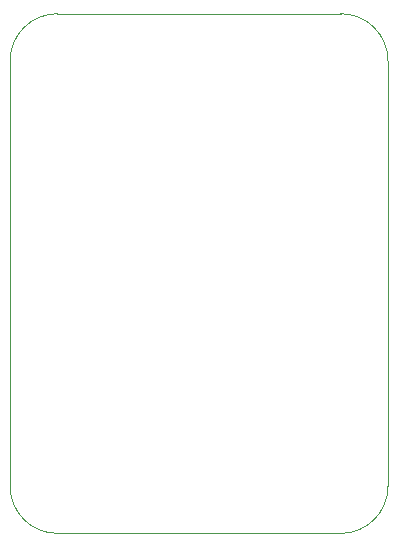
<source format=gbr>
G04 #@! TF.GenerationSoftware,KiCad,Pcbnew,7.0.8*
G04 #@! TF.CreationDate,2024-01-21T00:56:49-07:00*
G04 #@! TF.ProjectId,lapbeacon,6c617062-6561-4636-9f6e-2e6b69636164,v1*
G04 #@! TF.SameCoordinates,Original*
G04 #@! TF.FileFunction,Profile,NP*
%FSLAX46Y46*%
G04 Gerber Fmt 4.6, Leading zero omitted, Abs format (unit mm)*
G04 Created by KiCad (PCBNEW 7.0.8) date 2024-01-21 00:56:49*
%MOMM*%
%LPD*%
G01*
G04 APERTURE LIST*
G04 #@! TA.AperFunction,Profile*
%ADD10C,0.100000*%
G04 #@! TD*
G04 APERTURE END LIST*
D10*
X136000000Y-93000000D02*
G75*
G03*
X132000000Y-97000000I0J-4000000D01*
G01*
X132000000Y-133000000D02*
X132000000Y-97000000D01*
X132000000Y-133000000D02*
G75*
G03*
X136000000Y-137000000I4000000J0D01*
G01*
X164000000Y-133000000D02*
X164000000Y-97000000D01*
X160000000Y-93000000D02*
X136000000Y-93000000D01*
X164000000Y-97000000D02*
G75*
G03*
X160000000Y-93000000I-4000000J0D01*
G01*
X136000000Y-137000000D02*
X160000000Y-137000000D01*
X160000000Y-137000000D02*
G75*
G03*
X164000000Y-133000000I0J4000000D01*
G01*
M02*

</source>
